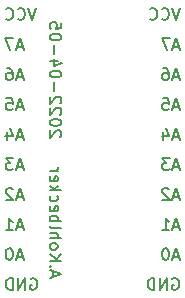
<source format=gbo>
G04 #@! TF.GenerationSoftware,KiCad,Pcbnew,(6.0.7-1)-1*
G04 #@! TF.CreationDate,2022-08-10T01:22:39+02:00*
G04 #@! TF.ProjectId,led_bar,6c65645f-6261-4722-9e6b-696361645f70,rev?*
G04 #@! TF.SameCoordinates,Original*
G04 #@! TF.FileFunction,Legend,Bot*
G04 #@! TF.FilePolarity,Positive*
%FSLAX46Y46*%
G04 Gerber Fmt 4.6, Leading zero omitted, Abs format (unit mm)*
G04 Created by KiCad (PCBNEW (6.0.7-1)-1) date 2022-08-10 01:22:39*
%MOMM*%
%LPD*%
G01*
G04 APERTURE LIST*
%ADD10C,0.150000*%
%ADD11C,1.600000*%
%ADD12R,1.600000X1.600000*%
%ADD13O,1.600000X1.600000*%
%ADD14R,1.700000X1.700000*%
%ADD15O,1.700000X1.700000*%
G04 APERTURE END LIST*
D10*
X145893214Y-146820000D02*
X145988452Y-146772380D01*
X146131309Y-146772380D01*
X146274166Y-146820000D01*
X146369404Y-146915238D01*
X146417023Y-147010476D01*
X146464642Y-147200952D01*
X146464642Y-147343809D01*
X146417023Y-147534285D01*
X146369404Y-147629523D01*
X146274166Y-147724761D01*
X146131309Y-147772380D01*
X146036071Y-147772380D01*
X145893214Y-147724761D01*
X145845595Y-147677142D01*
X145845595Y-147343809D01*
X146036071Y-147343809D01*
X145417023Y-147772380D02*
X145417023Y-146772380D01*
X144845595Y-147772380D01*
X144845595Y-146772380D01*
X144369404Y-147772380D02*
X144369404Y-146772380D01*
X144131309Y-146772380D01*
X143988452Y-146820000D01*
X143893214Y-146915238D01*
X143845595Y-147010476D01*
X143797976Y-147200952D01*
X143797976Y-147343809D01*
X143845595Y-147534285D01*
X143893214Y-147629523D01*
X143988452Y-147724761D01*
X144131309Y-147772380D01*
X144369404Y-147772380D01*
X145226547Y-127166666D02*
X144750357Y-127166666D01*
X145321785Y-127452380D02*
X144988452Y-126452380D01*
X144655119Y-127452380D01*
X144417023Y-126452380D02*
X143750357Y-126452380D01*
X144178928Y-127452380D01*
X147788333Y-146675714D02*
X147788333Y-146199523D01*
X147502619Y-146770952D02*
X148502619Y-146437619D01*
X147502619Y-146104285D01*
X147597857Y-145770952D02*
X147550238Y-145723333D01*
X147502619Y-145770952D01*
X147550238Y-145818571D01*
X147597857Y-145770952D01*
X147502619Y-145770952D01*
X147502619Y-145294761D02*
X148502619Y-145294761D01*
X147502619Y-144723333D02*
X148074047Y-145151904D01*
X148502619Y-144723333D02*
X147931190Y-145294761D01*
X147502619Y-144151904D02*
X147550238Y-144247142D01*
X147597857Y-144294761D01*
X147693095Y-144342380D01*
X147978809Y-144342380D01*
X148074047Y-144294761D01*
X148121666Y-144247142D01*
X148169285Y-144151904D01*
X148169285Y-144009047D01*
X148121666Y-143913809D01*
X148074047Y-143866190D01*
X147978809Y-143818571D01*
X147693095Y-143818571D01*
X147597857Y-143866190D01*
X147550238Y-143913809D01*
X147502619Y-144009047D01*
X147502619Y-144151904D01*
X147502619Y-143390000D02*
X148502619Y-143390000D01*
X147502619Y-142961428D02*
X148026428Y-142961428D01*
X148121666Y-143009047D01*
X148169285Y-143104285D01*
X148169285Y-143247142D01*
X148121666Y-143342380D01*
X148074047Y-143390000D01*
X147502619Y-142342380D02*
X147550238Y-142437619D01*
X147645476Y-142485238D01*
X148502619Y-142485238D01*
X147502619Y-141961428D02*
X148502619Y-141961428D01*
X148121666Y-141961428D02*
X148169285Y-141866190D01*
X148169285Y-141675714D01*
X148121666Y-141580476D01*
X148074047Y-141532857D01*
X147978809Y-141485238D01*
X147693095Y-141485238D01*
X147597857Y-141532857D01*
X147550238Y-141580476D01*
X147502619Y-141675714D01*
X147502619Y-141866190D01*
X147550238Y-141961428D01*
X147550238Y-140675714D02*
X147502619Y-140770952D01*
X147502619Y-140961428D01*
X147550238Y-141056666D01*
X147645476Y-141104285D01*
X148026428Y-141104285D01*
X148121666Y-141056666D01*
X148169285Y-140961428D01*
X148169285Y-140770952D01*
X148121666Y-140675714D01*
X148026428Y-140628095D01*
X147931190Y-140628095D01*
X147835952Y-141104285D01*
X147550238Y-139770952D02*
X147502619Y-139866190D01*
X147502619Y-140056666D01*
X147550238Y-140151904D01*
X147597857Y-140199523D01*
X147693095Y-140247142D01*
X147978809Y-140247142D01*
X148074047Y-140199523D01*
X148121666Y-140151904D01*
X148169285Y-140056666D01*
X148169285Y-139866190D01*
X148121666Y-139770952D01*
X147502619Y-139342380D02*
X148502619Y-139342380D01*
X147883571Y-139247142D02*
X147502619Y-138961428D01*
X148169285Y-138961428D02*
X147788333Y-139342380D01*
X147550238Y-138151904D02*
X147502619Y-138247142D01*
X147502619Y-138437619D01*
X147550238Y-138532857D01*
X147645476Y-138580476D01*
X148026428Y-138580476D01*
X148121666Y-138532857D01*
X148169285Y-138437619D01*
X148169285Y-138247142D01*
X148121666Y-138151904D01*
X148026428Y-138104285D01*
X147931190Y-138104285D01*
X147835952Y-138580476D01*
X147502619Y-137675714D02*
X148169285Y-137675714D01*
X147978809Y-137675714D02*
X148074047Y-137628095D01*
X148121666Y-137580476D01*
X148169285Y-137485238D01*
X148169285Y-137390000D01*
X148407380Y-134818571D02*
X148455000Y-134770952D01*
X148502619Y-134675714D01*
X148502619Y-134437619D01*
X148455000Y-134342380D01*
X148407380Y-134294761D01*
X148312142Y-134247142D01*
X148216904Y-134247142D01*
X148074047Y-134294761D01*
X147502619Y-134866190D01*
X147502619Y-134247142D01*
X148502619Y-133628095D02*
X148502619Y-133532857D01*
X148455000Y-133437619D01*
X148407380Y-133390000D01*
X148312142Y-133342380D01*
X148121666Y-133294761D01*
X147883571Y-133294761D01*
X147693095Y-133342380D01*
X147597857Y-133390000D01*
X147550238Y-133437619D01*
X147502619Y-133532857D01*
X147502619Y-133628095D01*
X147550238Y-133723333D01*
X147597857Y-133770952D01*
X147693095Y-133818571D01*
X147883571Y-133866190D01*
X148121666Y-133866190D01*
X148312142Y-133818571D01*
X148407380Y-133770952D01*
X148455000Y-133723333D01*
X148502619Y-133628095D01*
X148407380Y-132913809D02*
X148455000Y-132866190D01*
X148502619Y-132770952D01*
X148502619Y-132532857D01*
X148455000Y-132437619D01*
X148407380Y-132390000D01*
X148312142Y-132342380D01*
X148216904Y-132342380D01*
X148074047Y-132390000D01*
X147502619Y-132961428D01*
X147502619Y-132342380D01*
X148407380Y-131961428D02*
X148455000Y-131913809D01*
X148502619Y-131818571D01*
X148502619Y-131580476D01*
X148455000Y-131485238D01*
X148407380Y-131437619D01*
X148312142Y-131390000D01*
X148216904Y-131390000D01*
X148074047Y-131437619D01*
X147502619Y-132009047D01*
X147502619Y-131390000D01*
X147883571Y-130961428D02*
X147883571Y-130199523D01*
X148502619Y-129532857D02*
X148502619Y-129437619D01*
X148455000Y-129342380D01*
X148407380Y-129294761D01*
X148312142Y-129247142D01*
X148121666Y-129199523D01*
X147883571Y-129199523D01*
X147693095Y-129247142D01*
X147597857Y-129294761D01*
X147550238Y-129342380D01*
X147502619Y-129437619D01*
X147502619Y-129532857D01*
X147550238Y-129628095D01*
X147597857Y-129675714D01*
X147693095Y-129723333D01*
X147883571Y-129770952D01*
X148121666Y-129770952D01*
X148312142Y-129723333D01*
X148407380Y-129675714D01*
X148455000Y-129628095D01*
X148502619Y-129532857D01*
X148169285Y-128342380D02*
X147502619Y-128342380D01*
X148550238Y-128580476D02*
X147835952Y-128818571D01*
X147835952Y-128199523D01*
X147883571Y-127818571D02*
X147883571Y-127056666D01*
X148502619Y-126390000D02*
X148502619Y-126294761D01*
X148455000Y-126199523D01*
X148407380Y-126151904D01*
X148312142Y-126104285D01*
X148121666Y-126056666D01*
X147883571Y-126056666D01*
X147693095Y-126104285D01*
X147597857Y-126151904D01*
X147550238Y-126199523D01*
X147502619Y-126294761D01*
X147502619Y-126390000D01*
X147550238Y-126485238D01*
X147597857Y-126532857D01*
X147693095Y-126580476D01*
X147883571Y-126628095D01*
X148121666Y-126628095D01*
X148312142Y-126580476D01*
X148407380Y-126532857D01*
X148455000Y-126485238D01*
X148502619Y-126390000D01*
X148502619Y-125151904D02*
X148502619Y-125628095D01*
X148026428Y-125675714D01*
X148074047Y-125628095D01*
X148121666Y-125532857D01*
X148121666Y-125294761D01*
X148074047Y-125199523D01*
X148026428Y-125151904D01*
X147931190Y-125104285D01*
X147693095Y-125104285D01*
X147597857Y-125151904D01*
X147550238Y-125199523D01*
X147502619Y-125294761D01*
X147502619Y-125532857D01*
X147550238Y-125628095D01*
X147597857Y-125675714D01*
X145226547Y-132246666D02*
X144750357Y-132246666D01*
X145321785Y-132532380D02*
X144988452Y-131532380D01*
X144655119Y-132532380D01*
X143845595Y-131532380D02*
X144321785Y-131532380D01*
X144369404Y-132008571D01*
X144321785Y-131960952D01*
X144226547Y-131913333D01*
X143988452Y-131913333D01*
X143893214Y-131960952D01*
X143845595Y-132008571D01*
X143797976Y-132103809D01*
X143797976Y-132341904D01*
X143845595Y-132437142D01*
X143893214Y-132484761D01*
X143988452Y-132532380D01*
X144226547Y-132532380D01*
X144321785Y-132484761D01*
X144369404Y-132437142D01*
X146369404Y-123912380D02*
X146036071Y-124912380D01*
X145702738Y-123912380D01*
X144797976Y-124817142D02*
X144845595Y-124864761D01*
X144988452Y-124912380D01*
X145083690Y-124912380D01*
X145226547Y-124864761D01*
X145321785Y-124769523D01*
X145369404Y-124674285D01*
X145417023Y-124483809D01*
X145417023Y-124340952D01*
X145369404Y-124150476D01*
X145321785Y-124055238D01*
X145226547Y-123960000D01*
X145083690Y-123912380D01*
X144988452Y-123912380D01*
X144845595Y-123960000D01*
X144797976Y-124007619D01*
X143797976Y-124817142D02*
X143845595Y-124864761D01*
X143988452Y-124912380D01*
X144083690Y-124912380D01*
X144226547Y-124864761D01*
X144321785Y-124769523D01*
X144369404Y-124674285D01*
X144417023Y-124483809D01*
X144417023Y-124340952D01*
X144369404Y-124150476D01*
X144321785Y-124055238D01*
X144226547Y-123960000D01*
X144083690Y-123912380D01*
X143988452Y-123912380D01*
X143845595Y-123960000D01*
X143797976Y-124007619D01*
X158462023Y-137326666D02*
X157985833Y-137326666D01*
X158557261Y-137612380D02*
X158223928Y-136612380D01*
X157890595Y-137612380D01*
X157652500Y-136612380D02*
X157033452Y-136612380D01*
X157366785Y-136993333D01*
X157223928Y-136993333D01*
X157128690Y-137040952D01*
X157081071Y-137088571D01*
X157033452Y-137183809D01*
X157033452Y-137421904D01*
X157081071Y-137517142D01*
X157128690Y-137564761D01*
X157223928Y-137612380D01*
X157509642Y-137612380D01*
X157604880Y-137564761D01*
X157652500Y-137517142D01*
X145226547Y-144946666D02*
X144750357Y-144946666D01*
X145321785Y-145232380D02*
X144988452Y-144232380D01*
X144655119Y-145232380D01*
X144131309Y-144232380D02*
X144036071Y-144232380D01*
X143940833Y-144280000D01*
X143893214Y-144327619D01*
X143845595Y-144422857D01*
X143797976Y-144613333D01*
X143797976Y-144851428D01*
X143845595Y-145041904D01*
X143893214Y-145137142D01*
X143940833Y-145184761D01*
X144036071Y-145232380D01*
X144131309Y-145232380D01*
X144226547Y-145184761D01*
X144274166Y-145137142D01*
X144321785Y-145041904D01*
X144369404Y-144851428D01*
X144369404Y-144613333D01*
X144321785Y-144422857D01*
X144274166Y-144327619D01*
X144226547Y-144280000D01*
X144131309Y-144232380D01*
X158462023Y-127166666D02*
X157985833Y-127166666D01*
X158557261Y-127452380D02*
X158223928Y-126452380D01*
X157890595Y-127452380D01*
X157652500Y-126452380D02*
X156985833Y-126452380D01*
X157414404Y-127452380D01*
X157890595Y-146820000D02*
X157985833Y-146772380D01*
X158128690Y-146772380D01*
X158271547Y-146820000D01*
X158366785Y-146915238D01*
X158414404Y-147010476D01*
X158462023Y-147200952D01*
X158462023Y-147343809D01*
X158414404Y-147534285D01*
X158366785Y-147629523D01*
X158271547Y-147724761D01*
X158128690Y-147772380D01*
X158033452Y-147772380D01*
X157890595Y-147724761D01*
X157842976Y-147677142D01*
X157842976Y-147343809D01*
X158033452Y-147343809D01*
X157414404Y-147772380D02*
X157414404Y-146772380D01*
X156842976Y-147772380D01*
X156842976Y-146772380D01*
X156366785Y-147772380D02*
X156366785Y-146772380D01*
X156128690Y-146772380D01*
X155985833Y-146820000D01*
X155890595Y-146915238D01*
X155842976Y-147010476D01*
X155795357Y-147200952D01*
X155795357Y-147343809D01*
X155842976Y-147534285D01*
X155890595Y-147629523D01*
X155985833Y-147724761D01*
X156128690Y-147772380D01*
X156366785Y-147772380D01*
X145226547Y-129706666D02*
X144750357Y-129706666D01*
X145321785Y-129992380D02*
X144988452Y-128992380D01*
X144655119Y-129992380D01*
X143893214Y-128992380D02*
X144083690Y-128992380D01*
X144178928Y-129040000D01*
X144226547Y-129087619D01*
X144321785Y-129230476D01*
X144369404Y-129420952D01*
X144369404Y-129801904D01*
X144321785Y-129897142D01*
X144274166Y-129944761D01*
X144178928Y-129992380D01*
X143988452Y-129992380D01*
X143893214Y-129944761D01*
X143845595Y-129897142D01*
X143797976Y-129801904D01*
X143797976Y-129563809D01*
X143845595Y-129468571D01*
X143893214Y-129420952D01*
X143988452Y-129373333D01*
X144178928Y-129373333D01*
X144274166Y-129420952D01*
X144321785Y-129468571D01*
X144369404Y-129563809D01*
X145226547Y-142406666D02*
X144750357Y-142406666D01*
X145321785Y-142692380D02*
X144988452Y-141692380D01*
X144655119Y-142692380D01*
X143797976Y-142692380D02*
X144369404Y-142692380D01*
X144083690Y-142692380D02*
X144083690Y-141692380D01*
X144178928Y-141835238D01*
X144274166Y-141930476D01*
X144369404Y-141978095D01*
X158462023Y-142406666D02*
X157985833Y-142406666D01*
X158557261Y-142692380D02*
X158223928Y-141692380D01*
X157890595Y-142692380D01*
X157033452Y-142692380D02*
X157604880Y-142692380D01*
X157319166Y-142692380D02*
X157319166Y-141692380D01*
X157414404Y-141835238D01*
X157509642Y-141930476D01*
X157604880Y-141978095D01*
X145226547Y-134786666D02*
X144750357Y-134786666D01*
X145321785Y-135072380D02*
X144988452Y-134072380D01*
X144655119Y-135072380D01*
X143893214Y-134405714D02*
X143893214Y-135072380D01*
X144131309Y-134024761D02*
X144369404Y-134739047D01*
X143750357Y-134739047D01*
X158557261Y-123912380D02*
X158223928Y-124912380D01*
X157890595Y-123912380D01*
X156985833Y-124817142D02*
X157033452Y-124864761D01*
X157176309Y-124912380D01*
X157271547Y-124912380D01*
X157414404Y-124864761D01*
X157509642Y-124769523D01*
X157557261Y-124674285D01*
X157604880Y-124483809D01*
X157604880Y-124340952D01*
X157557261Y-124150476D01*
X157509642Y-124055238D01*
X157414404Y-123960000D01*
X157271547Y-123912380D01*
X157176309Y-123912380D01*
X157033452Y-123960000D01*
X156985833Y-124007619D01*
X155985833Y-124817142D02*
X156033452Y-124864761D01*
X156176309Y-124912380D01*
X156271547Y-124912380D01*
X156414404Y-124864761D01*
X156509642Y-124769523D01*
X156557261Y-124674285D01*
X156604880Y-124483809D01*
X156604880Y-124340952D01*
X156557261Y-124150476D01*
X156509642Y-124055238D01*
X156414404Y-123960000D01*
X156271547Y-123912380D01*
X156176309Y-123912380D01*
X156033452Y-123960000D01*
X155985833Y-124007619D01*
X145226547Y-139866666D02*
X144750357Y-139866666D01*
X145321785Y-140152380D02*
X144988452Y-139152380D01*
X144655119Y-140152380D01*
X144369404Y-139247619D02*
X144321785Y-139200000D01*
X144226547Y-139152380D01*
X143988452Y-139152380D01*
X143893214Y-139200000D01*
X143845595Y-139247619D01*
X143797976Y-139342857D01*
X143797976Y-139438095D01*
X143845595Y-139580952D01*
X144417023Y-140152380D01*
X143797976Y-140152380D01*
X158462023Y-132246666D02*
X157985833Y-132246666D01*
X158557261Y-132532380D02*
X158223928Y-131532380D01*
X157890595Y-132532380D01*
X157081071Y-131532380D02*
X157557261Y-131532380D01*
X157604880Y-132008571D01*
X157557261Y-131960952D01*
X157462023Y-131913333D01*
X157223928Y-131913333D01*
X157128690Y-131960952D01*
X157081071Y-132008571D01*
X157033452Y-132103809D01*
X157033452Y-132341904D01*
X157081071Y-132437142D01*
X157128690Y-132484761D01*
X157223928Y-132532380D01*
X157462023Y-132532380D01*
X157557261Y-132484761D01*
X157604880Y-132437142D01*
X158462023Y-129706666D02*
X157985833Y-129706666D01*
X158557261Y-129992380D02*
X158223928Y-128992380D01*
X157890595Y-129992380D01*
X157128690Y-128992380D02*
X157319166Y-128992380D01*
X157414404Y-129040000D01*
X157462023Y-129087619D01*
X157557261Y-129230476D01*
X157604880Y-129420952D01*
X157604880Y-129801904D01*
X157557261Y-129897142D01*
X157509642Y-129944761D01*
X157414404Y-129992380D01*
X157223928Y-129992380D01*
X157128690Y-129944761D01*
X157081071Y-129897142D01*
X157033452Y-129801904D01*
X157033452Y-129563809D01*
X157081071Y-129468571D01*
X157128690Y-129420952D01*
X157223928Y-129373333D01*
X157414404Y-129373333D01*
X157509642Y-129420952D01*
X157557261Y-129468571D01*
X157604880Y-129563809D01*
X158462023Y-144946666D02*
X157985833Y-144946666D01*
X158557261Y-145232380D02*
X158223928Y-144232380D01*
X157890595Y-145232380D01*
X157366785Y-144232380D02*
X157271547Y-144232380D01*
X157176309Y-144280000D01*
X157128690Y-144327619D01*
X157081071Y-144422857D01*
X157033452Y-144613333D01*
X157033452Y-144851428D01*
X157081071Y-145041904D01*
X157128690Y-145137142D01*
X157176309Y-145184761D01*
X157271547Y-145232380D01*
X157366785Y-145232380D01*
X157462023Y-145184761D01*
X157509642Y-145137142D01*
X157557261Y-145041904D01*
X157604880Y-144851428D01*
X157604880Y-144613333D01*
X157557261Y-144422857D01*
X157509642Y-144327619D01*
X157462023Y-144280000D01*
X157366785Y-144232380D01*
X158462023Y-139866666D02*
X157985833Y-139866666D01*
X158557261Y-140152380D02*
X158223928Y-139152380D01*
X157890595Y-140152380D01*
X157604880Y-139247619D02*
X157557261Y-139200000D01*
X157462023Y-139152380D01*
X157223928Y-139152380D01*
X157128690Y-139200000D01*
X157081071Y-139247619D01*
X157033452Y-139342857D01*
X157033452Y-139438095D01*
X157081071Y-139580952D01*
X157652500Y-140152380D01*
X157033452Y-140152380D01*
X158462023Y-134786666D02*
X157985833Y-134786666D01*
X158557261Y-135072380D02*
X158223928Y-134072380D01*
X157890595Y-135072380D01*
X157128690Y-134405714D02*
X157128690Y-135072380D01*
X157366785Y-134024761D02*
X157604880Y-134739047D01*
X156985833Y-134739047D01*
X145226547Y-137326666D02*
X144750357Y-137326666D01*
X145321785Y-137612380D02*
X144988452Y-136612380D01*
X144655119Y-137612380D01*
X144417023Y-136612380D02*
X143797976Y-136612380D01*
X144131309Y-136993333D01*
X143988452Y-136993333D01*
X143893214Y-137040952D01*
X143845595Y-137088571D01*
X143797976Y-137183809D01*
X143797976Y-137421904D01*
X143845595Y-137517142D01*
X143893214Y-137564761D01*
X143988452Y-137612380D01*
X144274166Y-137612380D01*
X144369404Y-137564761D01*
X144417023Y-137517142D01*
%LPC*%
D11*
X152400000Y-124460000D03*
X154900000Y-124460000D03*
D12*
X152400000Y-127000000D03*
D13*
X152400000Y-129540000D03*
X152400000Y-132080000D03*
X152400000Y-134620000D03*
X152400000Y-137160000D03*
X152400000Y-139700000D03*
X152400000Y-142240000D03*
X152400000Y-144780000D03*
X160020000Y-144780000D03*
X160020000Y-142240000D03*
X160020000Y-139700000D03*
X160020000Y-137160000D03*
X160020000Y-134620000D03*
X160020000Y-132080000D03*
X160020000Y-129540000D03*
X160020000Y-127000000D03*
D12*
X142240000Y-124460000D03*
D13*
X142240000Y-127000000D03*
X142240000Y-129540000D03*
X142240000Y-132080000D03*
X142240000Y-134620000D03*
X142240000Y-137160000D03*
X142240000Y-139700000D03*
X142240000Y-142240000D03*
X142240000Y-144780000D03*
X142240000Y-147320000D03*
X149860000Y-147320000D03*
X149860000Y-144780000D03*
X149860000Y-142240000D03*
X149860000Y-139700000D03*
X149860000Y-137160000D03*
X149860000Y-134620000D03*
X149860000Y-132080000D03*
X149860000Y-129540000D03*
X149860000Y-127000000D03*
X149860000Y-124460000D03*
D14*
X139700000Y-124460000D03*
D15*
X139700000Y-127000000D03*
X139700000Y-129540000D03*
X139700000Y-132080000D03*
X139700000Y-134620000D03*
X139700000Y-137160000D03*
X139700000Y-139700000D03*
X139700000Y-142240000D03*
X139700000Y-144780000D03*
X139700000Y-147320000D03*
D14*
X162560000Y-124460000D03*
D15*
X162560000Y-127000000D03*
X162560000Y-129540000D03*
X162560000Y-132080000D03*
X162560000Y-134620000D03*
X162560000Y-137160000D03*
X162560000Y-139700000D03*
X162560000Y-142240000D03*
X162560000Y-144780000D03*
X162560000Y-147320000D03*
M02*

</source>
